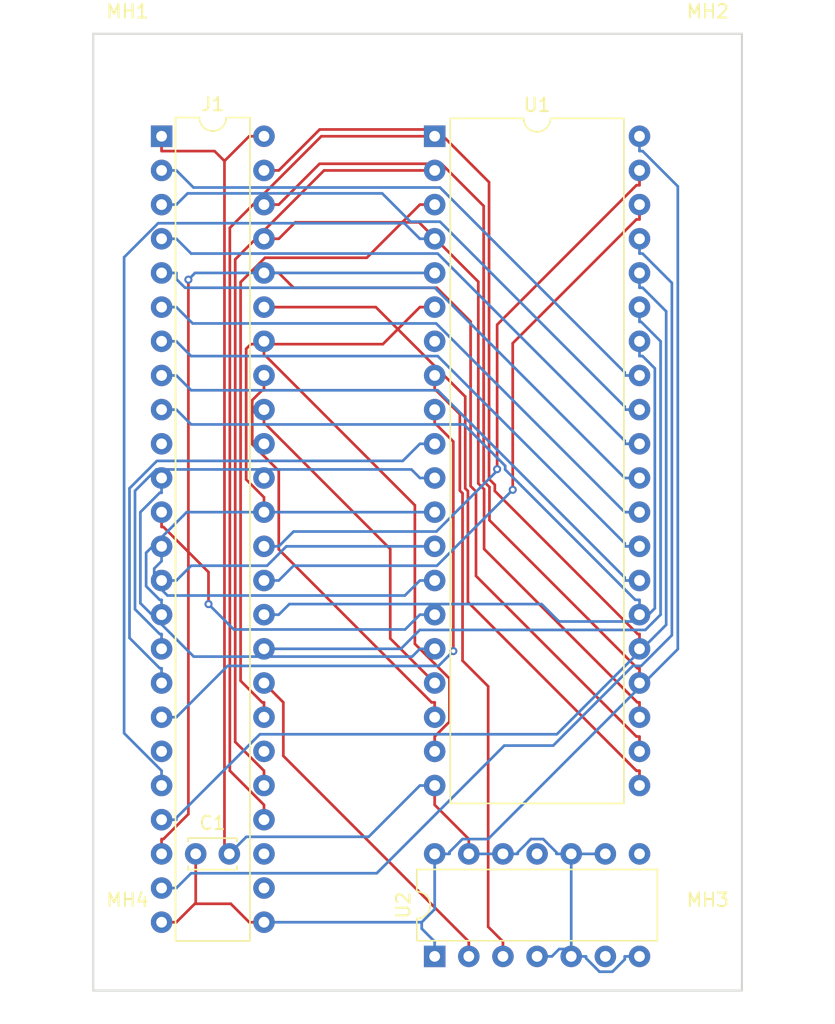
<source format=kicad_pcb>
(kicad_pcb (version 20211014) (generator pcbnew)
  (layers (0 "F.Cu" signal) (31 "B.Cu" signal) (34 "B.Paste" user) (35 "F.Paste" user) (36 "B.SilkS" user "B.Silkscreen") (37 "F.SilkS" user "F.Silkscreen") (38 "B.Mask" user) (39 "F.Mask" user) (44 "Edge.Cuts" user))
  (net 0 "")
  (net 1 "VCC")
  (net 2 "GND")
  (net 3 "/P53")
  (net 4 "Net-(J1-Pad30)")
  (net 5 "/P26")
  (net 6 "Net-(J1-Pad27)")
  (net 7 "/P27")
  (net 8 "/P47")
  (net 9 "/P46")
  (net 10 "Net-(J1-Pad26)")
  (net 11 "Net-(J1-Pad19)")
  (net 12 "/P25")
  (net 13 "/P24")
  (net 14 "/P23")
  (net 15 "/P22")
  (net 16 "/P21")
  (net 17 "/P20")
  (net 18 "/P34")
  (net 19 "Net-(J1-Pad10)")
  (net 20 "/P35")
  (net 21 "/P17")
  (net 22 "/P36")
  (net 23 "/P16")
  (net 24 "Net-(J1-Pad39)")
  (net 25 "/P15")
  (net 26 "/P14")
  (net 27 "/P41")
  (net 28 "/P13")
  (net 29 "/P42")
  (net 30 "/P12")
  (net 31 "/P11")
  (net 32 "/P44")
  (net 33 "/P10")
  (net 34 "/P45")
  (net 35 "/P33")
  (net 36 "/P32")
  (net 37 "/P31")
  (net 38 "/P30")
  (net 39 "/P51")
  (net 40 "/P55")
  (net 41 "/P43")
  (net 42 "/P52")
  (net 43 "/P54")
  (net 44 "/P50")
  (net 45 "/P37")
  (net 46 "Net-(J1-Pad38)")
  (net 47 "Net-(U1-Pad8)")
  (net 48 "Net-(U2-Pad6)")
  (net 49 "Net-(U2-Pad11)")
  (net 50 "Net-(U2-Pad8)")
  (net 51 "Net-(U1-Pad7)")
  (footprint "MountingHole:MountingHole_3.2mm_M3" (layer "F.Cu") (at 101 70)
    (fp_text reference "MH1" (at 0 -4.2) (layer "F.SilkS"))
    (fp_text value "MountingHole_3.2mm_M3")
    (pad "" np_thru_hole circle locked (at 0 0) (size 3.2 3.2) (drill 3.2) (layers *.Cu *.Mask))
  )
  (footprint "MountingHole:MountingHole_3.2mm_M3" (layer "F.Cu") (at 144.18 70)
    (fp_text reference "MH2" (at 0 -4.2) (layer "F.SilkS"))
    (fp_text value "MountingHole_3.2mm_M3")
    (pad "" np_thru_hole circle locked (at 0 0) (size 3.2 3.2) (drill 3.2) (layers *.Cu *.Mask))
  )
  (footprint "MountingHole:MountingHole_3.2mm_M3" (layer "F.Cu") (at 144.18 136.04)
    (fp_text reference "MH3" (at 0 -4.2) (layer "F.SilkS"))
    (fp_text value "MountingHole_3.2mm_M3")
    (pad "" np_thru_hole circle locked (at 0 0) (size 3.2 3.2) (drill 3.2) (layers *.Cu *.Mask))
  )
  (footprint "MountingHole:MountingHole_3.2mm_M3" (layer "F.Cu") (at 101 136.04)
    (fp_text reference "MH4" (at 0 -4.2) (layer "F.SilkS"))
    (fp_text value "MountingHole_3.2mm_M3")
    (pad "" np_thru_hole circle locked (at 0 0) (size 3.2 3.2) (drill 3.2) (layers *.Cu *.Mask))
  )
  (footprint "Package_DIP:DIP-14_W7.62mm" (layer "F.Cu") (at 123.86 136.04 90)
    (fp_text reference "U2" (at 3.81 -2.33 90) (layer "F.SilkS"))
    (fp_text value "74HCT126")
    (fp_line (start 6.46 16.57) (end 6.46 -1.33) (layer "F.SilkS") (width 0.12))
    (fp_line (start 2.81 -1.33) (end 1.16 -1.33) (layer "F.SilkS") (width 0.12))
    (fp_line (start 6.46 -1.33) (end 4.81 -1.33) (layer "F.SilkS") (width 0.12))
    (fp_line (start 1.16 16.57) (end 6.46 16.57) (layer "F.SilkS") (width 0.12))
    (fp_line (start 1.16 -1.33) (end 1.16 16.57) (layer "F.SilkS") (width 0.12))
    (fp_arc (start 4.81 -1.33) (mid 3.81 -0.33) (end 2.81 -1.33) (layer "F.SilkS") (width 0.12))
    (pad "1" thru_hole rect locked (at 0 0 90) (size 1.6 1.6) (drill 0.8) (layers *.Cu *.Mask) (net 1 "VCC"))
    (pad "2" thru_hole oval locked (at 0 2.54 90) (size 1.6 1.6) (drill 0.8) (layers *.Cu *.Mask) (net 9 "/P46"))
    (pad "3" thru_hole oval locked (at 0 5.08 90) (size 1.6 1.6) (drill 0.8) (layers *.Cu *.Mask) (net 47 "Net-(U1-Pad8)"))
    (pad "4" thru_hole oval locked (at 0 7.62 90) (size 1.6 1.6) (drill 0.8) (layers *.Cu *.Mask) (net 2 "GND"))
    (pad "5" thru_hole oval locked (at 0 10.16 90) (size 1.6 1.6) (drill 0.8) (layers *.Cu *.Mask) (net 2 "GND"))
    (pad "6" thru_hole oval locked (at 0 12.7 90) (size 1.6 1.6) (drill 0.8) (layers *.Cu *.Mask) (net 48 "Net-(U2-Pad6)"))
    (pad "7" thru_hole oval locked (at 0 15.24 90) (size 1.6 1.6) (drill 0.8) (layers *.Cu *.Mask) (net 2 "GND"))
    (pad "8" thru_hole oval locked (at 7.62 15.24 90) (size 1.6 1.6) (drill 0.8) (layers *.Cu *.Mask) (net 50 "Net-(U2-Pad8)"))
    (pad "9" thru_hole oval locked (at 7.62 12.7 90) (size 1.6 1.6) (drill 0.8) (layers *.Cu *.Mask) (net 2 "GND"))
    (pad "10" thru_hole oval locked (at 7.62 10.16 90) (size 1.6 1.6) (drill 0.8) (layers *.Cu *.Mask) (net 2 "GND"))
    (pad "11" thru_hole oval locked (at 7.62 7.62 90) (size 1.6 1.6) (drill 0.8) (layers *.Cu *.Mask) (net 49 "Net-(U2-Pad11)"))
    (pad "12" thru_hole oval locked (at 7.62 5.08 90) (size 1.6 1.6) (drill 0.8) (layers *.Cu *.Mask) (net 2 "GND"))
    (pad "13" thru_hole oval locked (at 7.62 2.54 90) (size 1.6 1.6) (drill 0.8) (layers *.Cu *.Mask) (net 2 "GND"))
    (pad "14" thru_hole oval locked (at 7.62 0 90) (size 1.6 1.6) (drill 0.8) (layers *.Cu *.Mask) (net 1 "VCC"))
  )
  (footprint "Capacitor_THT:C_Disc_D3.4mm_W2.1mm_P2.50mm" (layer "F.Cu") (at 106.08 128.42)
    (fp_text reference "C1" (at 1.25 -2.3) (layer "F.SilkS"))
    (fp_text value "0.1u")
    (fp_line (start -0.57 0.925) (end -0.57 1.17) (layer "F.SilkS") (width 0.12))
    (fp_line (start 3.07 -1.17) (end 3.07 -0.925) (layer "F.SilkS") (width 0.12))
    (fp_line (start -0.57 -1.17) (end 3.07 -1.17) (layer "F.SilkS") (width 0.12))
    (fp_line (start -0.57 1.17) (end 3.07 1.17) (layer "F.SilkS") (width 0.12))
    (fp_line (start 3.07 0.925) (end 3.07 1.17) (layer "F.SilkS") (width 0.12))
    (fp_line (start -0.57 -1.17) (end -0.57 -0.925) (layer "F.SilkS") (width 0.12))
    (pad "1" thru_hole circle locked (at 0 0) (size 1.6 1.6) (drill 0.8) (layers *.Cu *.Mask) (net 1 "VCC"))
    (pad "2" thru_hole circle locked (at 2.5 0) (size 1.6 1.6) (drill 0.8) (layers *.Cu *.Mask) (net 2 "GND"))
  )
  (footprint "Package_DIP:DIP-40_W15.24mm" (layer "F.Cu") (at 123.86 75.08)
    (fp_text reference "U1" (at 7.62 -2.33) (layer "F.SilkS"))
    (fp_text value "INS8070")
    (fp_line (start 6.62 -1.33) (end 1.16 -1.33) (layer "F.SilkS") (width 0.12))
    (fp_line (start 14.08 -1.33) (end 8.62 -1.33) (layer "F.SilkS") (width 0.12))
    (fp_line (start 14.08 49.59) (end 14.08 -1.33) (layer "F.SilkS") (width 0.12))
    (fp_line (start 1.16 -1.33) (end 1.16 49.59) (layer "F.SilkS") (width 0.12))
    (fp_line (start 1.16 49.59) (end 14.08 49.59) (layer "F.SilkS") (width 0.12))
    (fp_arc (start 8.62 -1.33) (mid 7.62 -0.33) (end 6.62 -1.33) (layer "F.SilkS") (width 0.12))
    (pad "1" thru_hole rect locked (at 0 0) (size 1.6 1.6) (drill 0.8) (layers *.Cu *.Mask) (net 40 "/P55"))
    (pad "2" thru_hole oval locked (at 0 2.54) (size 1.6 1.6) (drill 0.8) (layers *.Cu *.Mask) (net 43 "/P54"))
    (pad "3" thru_hole oval locked (at 0 5.08) (size 1.6 1.6) (drill 0.8) (layers *.Cu *.Mask) (net 8 "/P47"))
    (pad "4" thru_hole oval locked (at 0 7.62) (size 1.6 1.6) (drill 0.8) (layers *.Cu *.Mask) (net 44 "/P50"))
    (pad "5" thru_hole oval locked (at 0 10.16) (size 1.6 1.6) (drill 0.8) (layers *.Cu *.Mask) (net 42 "/P52"))
    (pad "6" thru_hole oval locked (at 0 12.7) (size 1.6 1.6) (drill 0.8) (layers *.Cu *.Mask) (net 27 "/P41"))
    (pad "7" thru_hole oval locked (at 0 15.24) (size 1.6 1.6) (drill 0.8) (layers *.Cu *.Mask) (net 51 "Net-(U1-Pad7)"))
    (pad "8" thru_hole oval locked (at 0 17.78) (size 1.6 1.6) (drill 0.8) (layers *.Cu *.Mask) (net 47 "Net-(U1-Pad8)"))
    (pad "9" thru_hole oval locked (at 0 20.32) (size 1.6 1.6) (drill 0.8) (layers *.Cu *.Mask) (net 45 "/P37"))
    (pad "10" thru_hole oval locked (at 0 22.86) (size 1.6 1.6) (drill 0.8) (layers *.Cu *.Mask) (net 22 "/P36"))
    (pad "11" thru_hole oval locked (at 0 25.4) (size 1.6 1.6) (drill 0.8) (layers *.Cu *.Mask) (net 20 "/P35"))
    (pad "12" thru_hole oval locked (at 0 27.94) (size 1.6 1.6) (drill 0.8) (layers *.Cu *.Mask) (net 18 "/P34"))
    (pad "13" thru_hole oval locked (at 0 30.48) (size 1.6 1.6) (drill 0.8) (layers *.Cu *.Mask) (net 35 "/P33"))
    (pad "14" thru_hole oval locked (at 0 33.02) (size 1.6 1.6) (drill 0.8) (layers *.Cu *.Mask) (net 36 "/P32"))
    (pad "15" thru_hole oval locked (at 0 35.56) (size 1.6 1.6) (drill 0.8) (layers *.Cu *.Mask) (net 37 "/P31"))
    (pad "16" thru_hole oval locked (at 0 38.1) (size 1.6 1.6) (drill 0.8) (layers *.Cu *.Mask) (net 38 "/P30"))
    (pad "17" thru_hole oval locked (at 0 40.64) (size 1.6 1.6) (drill 0.8) (layers *.Cu *.Mask) (net 7 "/P27"))
    (pad "18" thru_hole oval locked (at 0 43.18) (size 1.6 1.6) (drill 0.8) (layers *.Cu *.Mask) (net 5 "/P26"))
    (pad "19" thru_hole oval locked (at 0 45.72) (size 1.6 1.6) (drill 0.8) (layers *.Cu *.Mask) (net 12 "/P25"))
    (pad "20" thru_hole oval locked (at 0 48.26) (size 1.6 1.6) (drill 0.8) (layers *.Cu *.Mask) (net 2 "GND"))
    (pad "21" thru_hole oval locked (at 15.24 48.26) (size 1.6 1.6) (drill 0.8) (layers *.Cu *.Mask) (net 13 "/P24"))
    (pad "22" thru_hole oval locked (at 15.24 45.72) (size 1.6 1.6) (drill 0.8) (layers *.Cu *.Mask) (net 14 "/P23"))
    (pad "23" thru_hole oval locked (at 15.24 43.18) (size 1.6 1.6) (drill 0.8) (layers *.Cu *.Mask) (net 15 "/P22"))
    (pad "24" thru_hole oval locked (at 15.24 40.64) (size 1.6 1.6) (drill 0.8) (layers *.Cu *.Mask) (net 16 "/P21"))
    (pad "25" thru_hole oval locked (at 15.24 38.1) (size 1.6 1.6) (drill 0.8) (layers *.Cu *.Mask) (net 17 "/P20"))
    (pad "26" thru_hole oval locked (at 15.24 35.56) (size 1.6 1.6) (drill 0.8) (layers *.Cu *.Mask) (net 21 "/P17"))
    (pad "27" thru_hole oval locked (at 15.24 33.02) (size 1.6 1.6) (drill 0.8) (layers *.Cu *.Mask) (net 23 "/P16"))
    (pad "28" thru_hole oval locked (at 15.24 30.48) (size 1.6 1.6) (drill 0.8) (layers *.Cu *.Mask) (net 25 "/P15"))
    (pad "29" thru_hole oval locked (at 15.24 27.94) (size 1.6 1.6) (drill 0.8) (layers *.Cu *.Mask) (net 26 "/P14"))
    (pad "30" thru_hole oval locked (at 15.24 25.4) (size 1.6 1.6) (drill 0.8) (layers *.Cu *.Mask) (net 28 "/P13"))
    (pad "31" thru_hole oval locked (at 15.24 22.86) (size 1.6 1.6) (drill 0.8) (layers *.Cu *.Mask) (net 30 "/P12"))
    (pad "32" thru_hole oval locked (at 15.24 20.32) (size 1.6 1.6) (drill 0.8) (layers *.Cu *.Mask) (net 31 "/P11"))
    (pad "33" thru_hole oval locked (at 15.24 17.78) (size 1.6 1.6) (drill 0.8) (layers *.Cu *.Mask) (net 33 "/P10"))
    (pad "34" thru_hole oval locked (at 15.24 15.24) (size 1.6 1.6) (drill 0.8) (layers *.Cu *.Mask) (net 32 "/P44"))
    (pad "35" thru_hole oval locked (at 15.24 12.7) (size 1.6 1.6) (drill 0.8) (layers *.Cu *.Mask) (net 34 "/P45"))
    (pad "36" thru_hole oval locked (at 15.24 10.16) (size 1.6 1.6) (drill 0.8) (layers *.Cu *.Mask) (net 39 "/P51"))
    (pad "37" thru_hole oval locked (at 15.24 7.62) (size 1.6 1.6) (drill 0.8) (layers *.Cu *.Mask) (net 3 "/P53"))
    (pad "38" thru_hole oval locked (at 15.24 5.08) (size 1.6 1.6) (drill 0.8) (layers *.Cu *.Mask) (net 41 "/P43"))
    (pad "39" thru_hole oval locked (at 15.24 2.54) (size 1.6 1.6) (drill 0.8) (layers *.Cu *.Mask) (net 29 "/P42"))
    (pad "40" thru_hole oval locked (at 15.24 0) (size 1.6 1.6) (drill 0.8) (layers *.Cu *.Mask) (net 1 "VCC"))
  )
  (footprint "0-LocalLibrary:DIP-48_W7.62mm" (layer "F.Cu") (at 103.54 75.08)
    (fp_text reference "J1" (at 3.81 -2.39) (layer "F.SilkS"))
    (fp_text value "BionicConnector")
    (fp_line (start 1.04 59.81) (end 6.58 59.81) (layer "F.SilkS") (width 0.12))
    (fp_line (start 6.58 -1.39) (end 4.81 -1.39) (layer "F.SilkS") (width 0.12))
    (fp_line (start 1.04 -1.39) (end 1.04 39.49) (layer "F.SilkS") (width 0.12))
    (fp_line (start 6.58 39.49) (end 6.58 -1.39) (layer "F.SilkS") (width 0.12))
    (fp_line (start 6.58 59.81) (end 6.58 18.93) (layer "F.SilkS") (width 0.12))
    (fp_line (start 1.04 18.93) (end 1.04 59.81) (layer "F.SilkS") (width 0.12))
    (fp_line (start 2.81 -1.39) (end 1.04 -1.39) (layer "F.SilkS") (width 0.12))
    (fp_arc (start 4.81 -1.39) (mid 3.81 -0.39) (end 2.81 -1.39) (layer "F.SilkS") (width 0.12))
    (pad "1" thru_hole rect locked (at 0 0) (size 1.6 1.6) (drill 0.8) (layers *.Cu *.Mask) (net 2 "GND"))
    (pad "2" thru_hole oval locked (at 0 2.54) (size 1.6 1.6) (drill 0.8) (layers *.Cu *.Mask) (net 33 "/P10"))
    (pad "3" thru_hole oval locked (at 0 5.08) (size 1.6 1.6) (drill 0.8) (layers *.Cu *.Mask) (net 31 "/P11"))
    (pad "4" thru_hole oval locked (at 0 7.62) (size 1.6 1.6) (drill 0.8) (layers *.Cu *.Mask) (net 30 "/P12"))
    (pad "5" thru_hole oval locked (at 0 10.16) (size 1.6 1.6) (drill 0.8) (layers *.Cu *.Mask) (net 28 "/P13"))
    (pad "6" thru_hole oval locked (at 0 12.7) (size 1.6 1.6) (drill 0.8) (layers *.Cu *.Mask) (net 26 "/P14"))
    (pad "7" thru_hole oval locked (at 0 15.24) (size 1.6 1.6) (drill 0.8) (layers *.Cu *.Mask) (net 25 "/P15"))
    (pad "8" thru_hole oval locked (at 0 17.78) (size 1.6 1.6) (drill 0.8) (layers *.Cu *.Mask) (net 23 "/P16"))
    (pad "9" thru_hole oval locked (at 0 20.32) (size 1.6 1.6) (drill 0.8) (layers *.Cu *.Mask) (net 21 "/P17"))
    (pad "10" thru_hole oval locked (at 0 22.86) (size 1.6 1.6) (drill 0.8) (layers *.Cu *.Mask) (net 19 "Net-(J1-Pad10)"))
    (pad "11" thru_hole oval locked (at 0 25.4) (size 1.6 1.6) (drill 0.8) (layers *.Cu *.Mask) (net 38 "/P30"))
    (pad "12" thru_hole oval locked (at 0 27.94) (size 1.6 1.6) (drill 0.8) (layers *.Cu *.Mask) (net 37 "/P31"))
    (pad "13" thru_hole oval locked (at 0 30.48) (size 1.6 1.6) (drill 0.8) (layers *.Cu *.Mask) (net 36 "/P32"))
    (pad "14" thru_hole oval locked (at 0 33.02) (size 1.6 1.6) (drill 0.8) (layers *.Cu *.Mask) (net 35 "/P33"))
    (pad "15" thru_hole oval locked (at 0 35.56) (size 1.6 1.6) (drill 0.8) (layers *.Cu *.Mask) (net 18 "/P34"))
    (pad "16" thru_hole oval locked (at 0 38.1) (size 1.6 1.6) (drill 0.8) (layers *.Cu *.Mask) (net 20 "/P35"))
    (pad "17" thru_hole oval locked (at 0 40.64) (size 1.6 1.6) (drill 0.8) (layers *.Cu *.Mask) (net 22 "/P36"))
    (pad "18" thru_hole oval locked (at 0 43.18) (size 1.6 1.6) (drill 0.8) (layers *.Cu *.Mask) (net 45 "/P37"))
    (pad "19" thru_hole oval locked (at 0 45.72) (size 1.6 1.6) (drill 0.8) (layers *.Cu *.Mask) (net 11 "Net-(J1-Pad19)"))
    (pad "20" thru_hole oval locked (at 0 48.26) (size 1.6 1.6) (drill 0.8) (layers *.Cu *.Mask) (net 44 "/P50"))
    (pad "21" thru_hole oval locked (at 0 50.8) (size 1.6 1.6) (drill 0.8) (layers *.Cu *.Mask) (net 39 "/P51"))
    (pad "22" thru_hole oval locked (at 0 53.34) (size 1.6 1.6) (drill 0.8) (layers *.Cu *.Mask) (net 42 "/P52"))
    (pad "23" thru_hole oval locked (at 0 55.88) (size 1.6 1.6) (drill 0.8) (layers *.Cu *.Mask) (net 3 "/P53"))
    (pad "24" thru_hole oval locked (at 0 58.42) (size 1.6 1.6) (drill 0.8) (layers *.Cu *.Mask) (net 1 "VCC"))
    (pad "25" thru_hole oval locked (at 7.62 58.42) (size 1.6 1.6) (drill 0.8) (layers *.Cu *.Mask) (net 1 "VCC"))
    (pad "26" thru_hole oval locked (at 7.62 55.88) (size 1.6 1.6) (drill 0.8) (layers *.Cu *.Mask) (net 10 "Net-(J1-Pad26)"))
    (pad "27" thru_hole oval locked (at 7.62 53.34) (size 1.6 1.6) (drill 0.8) (layers *.Cu *.Mask) (net 6 "Net-(J1-Pad27)"))
    (pad "28" thru_hole oval locked (at 7.62 50.8) (size 1.6 1.6) (drill 0.8) (layers *.Cu *.Mask) (net 40 "/P55"))
    (pad "29" thru_hole oval locked (at 7.62 48.26) (size 1.6 1.6) (drill 0.8) (layers *.Cu *.Mask) (net 43 "/P54"))
    (pad "30" thru_hole oval locked (at 7.62 45.72) (size 1.6 1.6) (drill 0.8) (layers *.Cu *.Mask) (net 4 "Net-(J1-Pad30)"))
    (pad "31" thru_hole oval locked (at 7.62 43.18) (size 1.6 1.6) (drill 0.8) (layers *.Cu *.Mask) (net 8 "/P47"))
    (pad "32" thru_hole oval locked (at 7.62 40.64) (size 1.6 1.6) (drill 0.8) (layers *.Cu *.Mask) (net 9 "/P46"))
    (pad "33" thru_hole oval locked (at 7.62 38.1) (size 1.6 1.6) (drill 0.8) (layers *.Cu *.Mask) (net 34 "/P45"))
    (pad "34" thru_hole oval locked (at 7.62 35.56) (size 1.6 1.6) (drill 0.8) (layers *.Cu *.Mask) (net 32 "/P44"))
    (pad "35" thru_hole oval locked (at 7.62 33.02) (size 1.6 1.6) (drill 0.8) (layers *.Cu *.Mask) (net 41 "/P43"))
    (pad "36" thru_hole oval locked (at 7.62 30.48) (size 1.6 1.6) (drill 0.8) (layers *.Cu *.Mask) (net 29 "/P42"))
    (pad "37" thru_hole oval locked (at 7.62 27.94) (size 1.6 1.6) (drill 0.8) (layers *.Cu *.Mask) (net 27 "/P41"))
    (pad "38" thru_hole oval locked (at 7.62 25.4) (size 1.6 1.6) (drill 0.8) (layers *.Cu *.Mask) (net 46 "Net-(J1-Pad38)"))
    (pad "39" thru_hole oval locked (at 7.62 22.86) (size 1.6 1.6) (drill 0.8) (layers *.Cu *.Mask) (net 24 "Net-(J1-Pad39)"))
    (pad "40" thru_hole oval locked (at 7.62 20.32) (size 1.6 1.6) (drill 0.8) (layers *.Cu *.Mask) (net 7 "/P27"))
    (pad "41" thru_hole oval locked (at 7.62 17.78) (size 1.6 1.6) (drill 0.8) (layers *.Cu *.Mask) (net 5 "/P26"))
    (pad "42" thru_hole oval locked (at 7.62 15.24) (size 1.6 1.6) (drill 0.8) (layers *.Cu *.Mask) (net 12 "/P25"))
    (pad "43" thru_hole oval locked (at 7.62 12.7) (size 1.6 1.6) (drill 0.8) (layers *.Cu *.Mask) (net 13 "/P24"))
    (pad "44" thru_hole oval locked (at 7.62 10.16) (size 1.6 1.6) (drill 0.8) (layers *.Cu *.Mask) (net 14 "/P23"))
    (pad "45" thru_hole oval locked (at 7.62 7.62) (size 1.6 1.6) (drill 0.8) (layers *.Cu *.Mask) (net 15 "/P22"))
    (pad "46" thru_hole oval locked (at 7.62 5.08) (size 1.6 1.6) (drill 0.8) (layers *.Cu *.Mask) (net 16 "/P21"))
    (pad "47" thru_hole oval locked (at 7.62 2.54) (size 1.6 1.6) (drill 0.8) (layers *.Cu *.Mask) (net 17 "/P20"))
    (pad "48" thru_hole oval locked (at 7.62 0) (size 1.6 1.6) (drill 0.8) (layers *.Cu *.Mask) (net 2 "GND"))
  )
  (gr_line (start 98.46 138.58) (end 98.46 67.46) (layer "Edge.Cuts") (width 0.15))
  (gr_line (start 146.72 67.46) (end 146.72 138.58) (layer "Edge.Cuts") (width 0.15))
  (gr_line (start 146.72 138.58) (end 98.46 138.58) (layer "Edge.Cuts") (width 0.15))
  (gr_line (start 98.46 67.46) (end 146.72 67.46) (layer "Edge.Cuts") (width 0.15))
  (segment (start 111.16 133.5) (end 110.0597 133.5) (width 0.2) (layer "F.Cu") (net 1))
  (segment (start 106.0104 132.1299) (end 104.6403 133.5) (width 0.2) (layer "F.Cu") (net 1))
  (segment (start 103.54 133.5) (end 104.6403 133.5) (width 0.2) (layer "F.Cu") (net 1))
  (segment (start 106.08 132.1299) (end 106.08 128.42) (width 0.2) (layer "F.Cu") (net 1))
  (segment (start 110.0597 133.5) (end 108.6896 132.1299) (width 0.2) (layer "F.Cu") (net 1))
  (segment (start 108.6896 132.1299) (end 106.08 132.1299) (width 0.2) (layer "F.Cu") (net 1))
  (segment (start 106.08 132.1299) (end 106.0104 132.1299) (width 0.2) (layer "F.Cu") (net 1))
  (segment (start 123.86 136.04) (end 123.86 134.9397) (width 0.2) (layer "B.Cu") (net 1))
  (segment (start 124.9603 128.2823) (end 125.9229 127.3197) (width 0.2) (layer "B.Cu") (net 1))
  (segment (start 127.8318 127.3197) (end 141.9509 113.2006) (width 0.2) (layer "B.Cu") (net 1))
  (segment (start 125.9229 127.3197) (end 127.8318 127.3197) (width 0.2) (layer "B.Cu") (net 1))
  (segment (start 141.9509 113.2006) (end 141.9509 78.8032) (width 0.2) (layer "B.Cu") (net 1))
  (segment (start 141.9509 78.8032) (end 139.328 76.1803) (width 0.2) (layer "B.Cu") (net 1))
  (segment (start 139.328 76.1803) (end 139.1 76.1803) (width 0.2) (layer "B.Cu") (net 1))
  (segment (start 112.2603 133.5) (end 122.8967 133.5) (width 0.2) (layer "B.Cu") (net 1))
  (segment (start 123.86 128.42) (end 124.9603 128.42) (width 0.2) (layer "B.Cu") (net 1))
  (segment (start 123.86 134.9397) (end 122.8967 133.9764) (width 0.2) (layer "B.Cu") (net 1))
  (segment (start 124.9603 128.42) (end 124.9603 128.2823) (width 0.2) (layer "B.Cu") (net 1))
  (segment (start 122.8967 133.5) (end 123.86 132.5367) (width 0.2) (layer "B.Cu") (net 1))
  (segment (start 139.1 75.08) (end 139.1 76.1803) (width 0.2) (layer "B.Cu") (net 1))
  (segment (start 123.86 132.5367) (end 123.86 128.42) (width 0.2) (layer "B.Cu") (net 1))
  (segment (start 122.8967 133.9764) (end 122.8967 133.5) (width 0.2) (layer "B.Cu") (net 1))
  (segment (start 111.16 133.5) (end 112.2603 133.5) (width 0.2) (layer "B.Cu") (net 1))
  (segment (start 108.2194 76.9203) (end 108.2194 128.0594) (width 0.2) (layer "F.Cu") (net 2))
  (segment (start 110.0597 75.08) (end 108.2194 76.9203) (width 0.2) (layer "F.Cu") (net 2))
  (segment (start 108.2194 128.0594) (end 108.58 128.42) (width 0.2) (layer "F.Cu") (net 2))
  (segment (start 103.54 75.08) (end 103.54 76.1803) (width 0.2) (layer "F.Cu") (net 2))
  (segment (start 123.86 124.7797) (end 123.86 123.34) (width 0.2) (layer "F.Cu") (net 2))
  (segment (start 126.4 128.42) (end 126.4 127.3197) (width 0.2) (layer "F.Cu") (net 2))
  (segment (start 111.16 75.08) (end 110.0597 75.08) (width 0.2) (layer "F.Cu") (net 2))
  (segment (start 126.4 127.3197) (end 123.86 124.7797) (width 0.2) (layer "F.Cu") (net 2))
  (segment (start 108.2194 76.9203) (end 107.4794 76.1803) (width 0.2) (layer "F.Cu") (net 2))
  (segment (start 107.4794 76.1803) (end 103.54 76.1803) (width 0.2) (layer "F.Cu") (net 2))
  (segment (start 135.1203 136.1775) (end 136.1214 137.1786) (width 0.2) (layer "B.Cu") (net 2))
  (segment (start 137.9997 136.268) (end 137.9997 136.04) (width 0.2) (layer "B.Cu") (net 2))
  (segment (start 131.48 136.04) (end 132.5803 136.04) (width 0.2) (layer "B.Cu") (net 2))
  (segment (start 134.02 135.4898) (end 133.1305 135.4898) (width 0.2) (layer "B.Cu") (net 2))
  (segment (start 109.85 127.15) (end 108.58 128.42) (width 0.2) (layer "B.Cu") (net 2))
  (segment (start 128.94 128.42) (end 126.4 128.42) (width 0.2) (layer "B.Cu") (net 2))
  (segment (start 134.02 135.4898) (end 134.02 134.9397) (width 0.2) (layer "B.Cu") (net 2))
  (segment (start 136.1214 137.1786) (end 137.0891 137.1786) (width 0.2) (layer "B.Cu") (net 2))
  (segment (start 131.0242 127.3197) (end 130.0403 128.3036) (width 0.2) (layer "B.Cu") (net 2))
  (segment (start 123.86 123.34) (end 122.7597 123.34) (width 0.2) (layer "B.Cu") (net 2))
  (segment (start 133.1305 135.4898) (end 132.5803 136.04) (width 0.2) (layer "B.Cu") (net 2))
  (segment (start 132.9197 128.42) (end 132.9197 128.3036) (width 0.2) (layer "B.Cu") (net 2))
  (segment (start 134.02 128.42) (end 134.02 134.9397) (width 0.2) (layer "B.Cu") (net 2))
  (segment (start 134.02 136.04) (end 135.1203 136.04) (width 0.2) (layer "B.Cu") (net 2))
  (segment (start 131.9358 127.3197) (end 131.0242 127.3197) (width 0.2) (layer "B.Cu") (net 2))
  (segment (start 118.9497 127.15) (end 109.85 127.15) (width 0.2) (layer "B.Cu") (net 2))
  (segment (start 132.9197 128.3036) (end 131.9358 127.3197) (width 0.2) (layer "B.Cu") (net 2))
  (segment (start 135.1203 136.04) (end 135.1203 136.1775) (width 0.2) (layer "B.Cu") (net 2))
  (segment (start 137.0891 137.1786) (end 137.9997 136.268) (width 0.2) (layer "B.Cu") (net 2))
  (segment (start 122.7597 123.34) (end 118.9497 127.15) (width 0.2) (layer "B.Cu") (net 2))
  (segment (start 130.0403 128.3036) (end 130.0403 128.42) (width 0.2) (layer "B.Cu") (net 2))
  (segment (start 136.56 128.42) (end 134.02 128.42) (width 0.2) (layer "B.Cu") (net 2))
  (segment (start 139.1 136.04) (end 137.9997 136.04) (width 0.2) (layer "B.Cu") (net 2))
  (segment (start 128.94 128.42) (end 130.0403 128.42) (width 0.2) (layer "B.Cu") (net 2))
  (segment (start 134.02 128.42) (end 132.9197 128.42) (width 0.2) (layer "B.Cu") (net 2))
  (segment (start 134.02 136.04) (end 134.02 135.4898) (width 0.2) (layer "B.Cu") (net 2))
  (segment (start 139.1 83.8003) (end 139.328 83.8003) (width 0.2) (layer "B.Cu") (net 3))
  (segment (start 119.5489 129.8597) (end 105.7406 129.8597) (width 0.2) (layer "B.Cu") (net 3))
  (segment (start 141.51 85.9823) (end 141.51 112.1678) (width 0.2) (layer "B.Cu") (net 3))
  (segment (start 139.1 82.7) (end 139.1 83.8003) (width 0.2) (layer "B.Cu") (net 3))
  (segment (start 105.7406 129.8597) (end 104.6403 130.96) (width 0.2) (layer "B.Cu") (net 3))
  (segment (start 139.2278 114.45) (end 138.5966 114.45) (width 0.2) (layer "B.Cu") (net 3))
  (segment (start 103.54 130.96) (end 104.6403 130.96) (width 0.2) (layer "B.Cu") (net 3))
  (segment (start 132.6751 120.3715) (end 129.0371 120.3715) (width 0.2) (layer "B.Cu") (net 3))
  (segment (start 139.328 83.8003) (end 141.51 85.9823) (width 0.2) (layer "B.Cu") (net 3))
  (segment (start 141.51 112.1678) (end 139.2278 114.45) (width 0.2) (layer "B.Cu") (net 3))
  (segment (start 129.0371 120.3715) (end 119.5489 129.8597) (width 0.2) (layer "B.Cu") (net 3))
  (segment (start 138.5966 114.45) (end 132.6751 120.3715) (width 0.2) (layer "B.Cu") (net 3))
  (segment (start 111.0225 93.9603) (end 110.2852 94.6976) (width 0.2) (layer "F.Cu") (net 5))
  (segment (start 111.16 93.9603) (end 111.0225 93.9603) (width 0.2) (layer "F.Cu") (net 5))
  (segment (start 112.2603 99.9506) (end 112.2603 105.788) (width 0.2) (layer "F.Cu") (net 5))
  (segment (start 112.2603 105.788) (end 123.632 117.1597) (width 0.2) (layer "F.Cu") (net 5))
  (segment (start 123.632 117.1597) (end 123.86 117.1597) (width 0.2) (layer "F.Cu") (net 5))
  (segment (start 123.86 118.26) (end 123.86 117.1597) (width 0.2) (layer "F.Cu") (net 5))
  (segment (start 110.2852 97.9755) (end 112.2603 99.9506) (width 0.2) (layer "F.Cu") (net 5))
  (segment (start 111.16 92.86) (end 111.16 93.9603) (width 0.2) (layer "F.Cu") (net 5))
  (segment (start 110.2852 94.6976) (end 110.2852 97.9755) (width 0.2) (layer "F.Cu") (net 5))
  (segment (start 111.16 96.5003) (end 111.2975 96.5003) (width 0.2) (layer "F.Cu") (net 7))
  (segment (start 120.5544 105.7572) (end 120.5544 112.4144) (width 0.2) (layer "F.Cu") (net 7))
  (segment (start 111.2975 96.5003) (end 120.5544 105.7572) (width 0.2) (layer "F.Cu") (net 7))
  (segment (start 120.5544 112.4144) (end 123.86 115.72) (width 0.2) (layer "F.Cu") (net 7))
  (segment (start 111.16 95.4) (end 111.16 96.5003) (width 0.2) (layer "F.Cu") (net 7))
  (segment (start 111.16 118.26) (end 111.16 117.1597) (width 0.2) (layer "F.Cu") (net 8))
  (segment (start 111.16 117.1597) (end 111.0225 117.1597) (width 0.2) (layer "F.Cu") (net 8))
  (segment (start 109.4203 85.9244) (end 111.2331 84.1116) (width 0.2) (layer "F.Cu") (net 8))
  (segment (start 111.0225 117.1597) (end 109.4203 115.5575) (width 0.2) (layer "F.Cu") (net 8))
  (segment (start 123.86 80.16) (end 122.7597 80.16) (width 0.2) (layer "F.Cu") (net 8))
  (segment (start 111.2331 84.1116) (end 118.8081 84.1116) (width 0.2) (layer "F.Cu") (net 8))
  (segment (start 118.8081 84.1116) (end 122.7597 80.16) (width 0.2) (layer "F.Cu") (net 8))
  (segment (start 109.4203 115.5575) (end 109.4203 85.9244) (width 0.2) (layer "F.Cu") (net 8))
  (segment (start 112.5996 121.1393) (end 112.5996 117.1596) (width 0.2) (layer "F.Cu") (net 9))
  (segment (start 112.5996 117.1596) (end 111.16 115.72) (width 0.2) (layer "F.Cu") (net 9))
  (segment (start 126.4 136.04) (end 126.4 134.9397) (width 0.2) (layer "F.Cu") (net 9))
  (segment (start 126.4 134.9397) (end 112.5996 121.1393) (width 0.2) (layer "F.Cu") (net 9))
  (segment (start 124.9603 115.3834) (end 122.3867 112.8098) (width 0.2) (layer "F.Cu") (net 12))
  (segment (start 122.3867 112.8098) (end 122.3867 102.5096) (width 0.2) (layer "F.Cu") (net 12))
  (segment (start 123.86 120.8) (end 123.86 119.6997) (width 0.2) (layer "F.Cu") (net 12))
  (segment (start 123.86 119.6997) (end 124.9603 118.5994) (width 0.2) (layer "F.Cu") (net 12))
  (segment (start 124.9603 118.5994) (end 124.9603 115.3834) (width 0.2) (layer "F.Cu") (net 12))
  (segment (start 122.3867 102.5096) (end 111.2974 91.4203) (width 0.2) (layer "F.Cu") (net 12))
  (segment (start 111.16 90.32) (end 111.16 91.4203) (width 0.2) (layer "F.Cu") (net 12))
  (segment (start 111.2974 91.4203) (end 111.16 91.4203) (width 0.2) (layer "F.Cu") (net 12))
  (segment (start 111.16 87.78) (end 112.2603 87.78) (width 0.2) (layer "F.Cu") (net 13))
  (segment (start 119.4811 87.78) (end 126.1343 94.4332) (width 0.2) (layer "F.Cu") (net 13))
  (segment (start 126.3345 101.4509) (end 126.3345 109.7022) (width 0.2) (layer "F.Cu") (net 13))
  (segment (start 139.1 123.34) (end 139.1 122.2397) (width 0.2) (layer "F.Cu") (net 13))
  (segment (start 126.1343 101.2507) (end 126.3345 101.4509) (width 0.2) (layer "F.Cu") (net 13))
  (segment (start 126.3345 109.7022) (end 138.872 122.2397) (width 0.2) (layer "F.Cu") (net 13))
  (segment (start 138.872 122.2397) (end 139.1 122.2397) (width 0.2) (layer "F.Cu") (net 13))
  (segment (start 126.1343 94.4332) (end 126.1343 101.2507) (width 0.2) (layer "F.Cu") (net 13))
  (segment (start 112.2603 87.78) (end 119.4811 87.78) (width 0.2) (layer "F.Cu") (net 13))
  (segment (start 138.872 119.6997) (end 139.1 119.6997) (width 0.2) (layer "F.Cu") (net 14))
  (segment (start 113.3606 86.3403) (end 124.0183 86.3403) (width 0.2) (layer "F.Cu") (net 14))
  (segment (start 112.2603 85.24) (end 113.3606 86.3403) (width 0.2) (layer "F.Cu") (net 14))
  (segment (start 111.16 85.24) (end 112.2603 85.24) (width 0.2) (layer "F.Cu") (net 14))
  (segment (start 126.9351 107.7628) (end 138.872 119.6997) (width 0.2) (layer "F.Cu") (net 14))
  (segment (start 126.5346 101.0848) (end 126.9351 101.4853) (width 0.2) (layer "F.Cu") (net 14))
  (segment (start 126.9351 101.4853) (end 126.9351 107.7628) (width 0.2) (layer "F.Cu") (net 14))
  (segment (start 124.0183 86.3403) (end 126.5346 88.8566) (width 0.2) (layer "F.Cu") (net 14))
  (segment (start 126.5346 88.8566) (end 126.5346 101.0848) (width 0.2) (layer "F.Cu") (net 14))
  (segment (start 139.1 120.8) (end 139.1 119.6997) (width 0.2) (layer "F.Cu") (net 14))
  (segment (start 127.1054 100.8896) (end 127.5355 101.3197) (width 0.2) (layer "F.Cu") (net 15))
  (segment (start 112.2603 82.7) (end 113.4828 81.4775) (width 0.2) (layer "F.Cu") (net 15))
  (segment (start 127.5355 105.7549) (end 138.9403 117.1597) (width 0.2) (layer "F.Cu") (net 15))
  (segment (start 138.9403 117.1597) (end 139.1 117.1597) (width 0.2) (layer "F.Cu") (net 15))
  (segment (start 127.5355 101.3197) (end 127.5355 105.7549) (width 0.2) (layer "F.Cu") (net 15))
  (segment (start 113.4828 81.4775) (end 122.6911 81.4775) (width 0.2) (layer "F.Cu") (net 15))
  (segment (start 111.16 82.7) (end 112.2603 82.7) (width 0.2) (layer "F.Cu") (net 15))
  (segment (start 122.6911 81.4775) (end 127.1054 85.8918) (width 0.2) (layer "F.Cu") (net 15))
  (segment (start 127.1054 85.8918) (end 127.1054 100.8896) (width 0.2) (layer "F.Cu") (net 15))
  (segment (start 139.1 118.26) (end 139.1 117.1597) (width 0.2) (layer "F.Cu") (net 15))
  (segment (start 127.9358 103.6179) (end 138.9376 114.6197) (width 0.2) (layer "F.Cu") (net 16))
  (segment (start 127.5057 100.7237) (end 127.9358 101.1538) (width 0.2) (layer "F.Cu") (net 16))
  (segment (start 112.2603 80.16) (end 115.2955 77.1248) (width 0.2) (layer "F.Cu") (net 16))
  (segment (start 139.1 115.72) (end 139.1 114.6197) (width 0.2) (layer "F.Cu") (net 16))
  (segment (start 138.9376 114.6197) (end 139.1 114.6197) (width 0.2) (layer "F.Cu") (net 16))
  (segment (start 127.9358 101.1538) (end 127.9358 103.6179) (width 0.2) (layer "F.Cu") (net 16))
  (segment (start 115.2955 77.1248) (end 124.3651 77.1248) (width 0.2) (layer "F.Cu") (net 16))
  (segment (start 127.5057 80.2654) (end 127.5057 100.7237) (width 0.2) (layer "F.Cu") (net 16))
  (segment (start 124.3651 77.1248) (end 127.5057 80.2654) (width 0.2) (layer "F.Cu") (net 16))
  (segment (start 111.16 80.16) (end 112.2603 80.16) (width 0.2) (layer "F.Cu") (net 16))
  (segment (start 115.3052 74.5751) (end 123.9871 74.5751) (width 0.2) (layer "F.Cu") (net 17))
  (segment (start 138.9635 112.0797) (end 139.1 112.0797) (width 0.2) (layer "F.Cu") (net 17))
  (segment (start 127.906 78.494) (end 127.906 100.5579) (width 0.2) (layer "F.Cu") (net 17))
  (segment (start 123.9871 74.5751) (end 127.906 78.494) (width 0.2) (layer "F.Cu") (net 17))
  (segment (start 111.16 77.62) (end 112.2603 77.62) (width 0.2) (layer "F.Cu") (net 17))
  (segment (start 139.1 113.18) (end 139.1 112.0797) (width 0.2) (layer "F.Cu") (net 17))
  (segment (start 128.3361 100.988) (end 128.3361 101.4523) (width 0.2) (layer "F.Cu") (net 17))
  (segment (start 112.2603 77.62) (end 115.3052 74.5751) (width 0.2) (layer "F.Cu") (net 17))
  (segment (start 128.3361 101.4523) (end 138.9635 112.0797) (width 0.2) (layer "F.Cu") (net 17))
  (segment (start 127.906 100.5579) (end 128.3361 100.988) (width 0.2) (layer "F.Cu") (net 17))
  (segment (start 105.4114 103.02) (end 122.7597 103.02) (width 0.2) (layer "B.Cu") (net 18))
  (segment (start 102.3892 106.0422) (end 105.4114 103.02) (width 0.2) (layer "B.Cu") (net 18))
  (segment (start 102.3892 108.5264) (end 102.3892 106.0422) (width 0.2) (layer "B.Cu") (net 18))
  (segment (start 103.4025 109.5397) (end 102.3892 108.5264) (width 0.2) (layer "B.Cu") (net 18))
  (segment (start 103.54 110.64) (end 103.54 109.5397) (width 0.2) (layer "B.Cu") (net 18))
  (segment (start 123.86 103.02) (end 122.7597 103.02) (width 0.2) (layer "B.Cu") (net 18))
  (segment (start 103.54 109.5397) (end 103.4025 109.5397) (width 0.2) (layer "B.Cu") (net 18))
  (segment (start 123.86 100.48) (end 122.7597 100.48) (width 0.2) (layer "B.Cu") (net 20))
  (segment (start 101.562 110.2392) (end 101.562 101.433) (width 0.2) (layer "B.Cu") (net 20))
  (segment (start 101.562 101.433) (end 103.15 99.845) (width 0.2) (layer "B.Cu") (net 20))
  (segment (start 103.54 113.18) (end 103.54 112.0797) (width 0.2) (layer "B.Cu") (net 20))
  (segment (start 103.54 112.0797) (end 103.4025 112.0797) (width 0.2) (layer "B.Cu") (net 20))
  (segment (start 103.15 99.845) (end 122.1247 99.845) (width 0.2) (layer "B.Cu") (net 20))
  (segment (start 122.1247 99.845) (end 122.7597 100.48) (width 0.2) (layer "B.Cu") (net 20))
  (segment (start 103.4025 112.0797) (end 101.562 110.2392) (width 0.2) (layer "B.Cu") (net 20))
  (segment (start 103.54 95.4) (end 104.6403 95.4) (width 0.2) (layer "B.Cu") (net 21))
  (segment (start 139.1 109.5397) (end 138.7909 109.5397) (width 0.2) (layer "B.Cu") (net 21))
  (segment (start 138.7909 109.5397) (end 129.1066 99.8554) (width 0.2) (layer "B.Cu") (net 21))
  (segment (start 126.0309 96.5003) (end 105.7406 96.5003) (width 0.2) (layer "B.Cu") (net 21))
  (segment (start 129.1066 99.576) (end 126.0309 96.5003) (width 0.2) (layer "B.Cu") (net 21))
  (segment (start 105.7406 96.5003) (end 104.6403 95.4) (width 0.2) (layer "B.Cu") (net 21))
  (segment (start 139.1 110.64) (end 139.1 109.5397) (width 0.2) (layer "B.Cu") (net 21))
  (segment (start 129.1066 99.8554) (end 129.1066 99.576) (width 0.2) (layer "B.Cu") (net 21))
  (segment (start 103.1926 99.21) (end 121.4897 99.21) (width 0.2) (layer "B.Cu") (net 22))
  (segment (start 101.1533 112.3705) (end 101.1533 101.2493) (width 0.2) (layer "B.Cu") (net 22))
  (segment (start 121.4897 99.21) (end 122.7597 97.94) (width 0.2) (layer "B.Cu") (net 22))
  (segment (start 103.4025 114.6197) (end 101.1533 112.3705) (width 0.2) (layer "B.Cu") (net 22))
  (segment (start 103.54 115.72) (end 103.54 114.6197) (width 0.2) (layer "B.Cu") (net 22))
  (segment (start 103.54 114.6197) (end 103.4025 114.6197) (width 0.2) (layer "B.Cu") (net 22))
  (segment (start 101.1533 101.2493) (end 103.1926 99.21) (width 0.2) (layer "B.Cu") (net 22))
  (segment (start 123.86 97.94) (end 122.7597 97.94) (width 0.2) (layer "B.Cu") (net 22))
  (segment (start 139.1 108.1) (end 137.9997 108.1) (width 0.2) (layer "B.Cu") (net 23))
  (segment (start 104.6403 92.86) (end 105.7406 93.9603) (width 0.2) (layer "B.Cu") (net 23))
  (segment (start 124.088 93.9603) (end 137.9997 107.872) (width 0.2) (layer "B.Cu") (net 23))
  (segment (start 137.9997 107.872) (end 137.9997 108.1) (width 0.2) (layer "B.Cu") (net 23))
  (segment (start 105.7406 93.9603) (end 124.088 93.9603) (width 0.2) (layer "B.Cu") (net 23))
  (segment (start 103.54 92.86) (end 104.6403 92.86) (width 0.2) (layer "B.Cu") (net 23))
  (segment (start 137.9997 105.332) (end 137.9997 105.56) (width 0.2) (layer "B.Cu") (net 25))
  (segment (start 139.1 105.56) (end 137.9997 105.56) (width 0.2) (layer "B.Cu") (net 25))
  (segment (start 103.54 90.32) (end 104.6403 90.32) (width 0.2) (layer "B.Cu") (net 25))
  (segment (start 104.6403 90.32) (end 105.7406 91.4203) (width 0.2) (layer "B.Cu") (net 25))
  (segment (start 124.088 91.4203) (end 137.9997 105.332) (width 0.2) (layer "B.Cu") (net 25))
  (segment (start 105.7406 91.4203) (end 124.088 91.4203) (width 0.2) (layer "B.Cu") (net 25))
  (segment (start 123.9733 88.9936) (end 137.9997 103.02) (width 0.2) (layer "B.Cu") (net 26))
  (segment (start 105.8539 88.9936) (end 123.9733 88.9936) (width 0.2) (layer "B.Cu") (net 26))
  (segment (start 139.1 103.02) (end 137.9997 103.02) (width 0.2) (layer "B.Cu") (net 26))
  (segment (start 104.6403 87.78) (end 105.8539 88.9936) (width 0.2) (layer "B.Cu") (net 26))
  (segment (start 103.54 87.78) (end 104.6403 87.78) (width 0.2) (layer "B.Cu") (net 26))
  (segment (start 110.1841 90.5317) (end 109.8345 90.8813) (width 0.2) (layer "F.Cu") (net 27))
  (segment (start 120.008 90.5317) (end 110.1841 90.5317) (width 0.2) (layer "F.Cu") (net 27))
  (segment (start 122.7597 87.78) (end 120.008 90.5317) (width 0.2) (layer "F.Cu") (net 27))
  (segment (start 109.8345 100.5942) (end 111.16 101.9197) (width 0.2) (layer "F.Cu") (net 27))
  (segment (start 123.86 87.78) (end 122.7597 87.78) (width 0.2) (layer "F.Cu") (net 27))
  (segment (start 109.8345 90.8813) (end 109.8345 100.5942) (width 0.2) (layer "F.Cu") (net 27))
  (segment (start 111.16 103.02) (end 111.16 101.9197) (width 0.2) (layer "F.Cu") (net 27))
  (segment (start 139.1 100.48) (end 137.9997 100.48) (width 0.2) (layer "B.Cu") (net 28))
  (segment (start 104.6403 85.24) (end 104.6403 85.6931) (width 0.2) (layer "B.Cu") (net 28))
  (segment (start 105.2875 86.3403) (end 123.86 86.3403) (width 0.2) (layer "B.Cu") (net 28))
  (segment (start 104.6403 85.6931) (end 105.2875 86.3403) (width 0.2) (layer "B.Cu") (net 28))
  (segment (start 123.86 86.3403) (end 137.9997 100.48) (width 0.2) (layer "B.Cu") (net 28))
  (segment (start 103.54 85.24) (end 104.6403 85.24) (width 0.2) (layer "B.Cu") (net 28))
  (segment (start 128.5063 99.8247) (end 128.5063 89.086) (width 0.2) (layer "F.Cu") (net 29))
  (segment (start 139.1 77.62) (end 139.1 78.7203) (width 0.2) (layer "F.Cu") (net 29))
  (segment (start 138.872 78.7203) (end 139.1 78.7203) (width 0.2) (layer "F.Cu") (net 29))
  (segment (start 128.5063 89.086) (end 138.872 78.7203) (width 0.2) (layer "F.Cu") (net 29))
  (via (at 128.5063 99.8247) (size 0.6) (drill 0.3) (layers "F.Cu" "B.Cu") (net 29))
  (segment (start 113.3606 104.4597) (end 123.9862 104.4597) (width 0.2) (layer "B.Cu") (net 29))
  (segment (start 111.16 105.56) (end 112.2603 105.56) (width 0.2) (layer "B.Cu") (net 29))
  (segment (start 112.2603 105.56) (end 113.3606 104.4597) (width 0.2) (layer "B.Cu") (net 29))
  (segment (start 128.5063 99.9396) (end 128.5063 99.8247) (width 0.2) (layer "B.Cu") (net 29))
  (segment (start 123.9862 104.4597) (end 128.5063 99.9396) (width 0.2) (layer "B.Cu") (net 29))
  (segment (start 103.54 82.7) (end 104.6403 82.7) (width 0.2) (layer "B.Cu") (net 30))
  (segment (start 137.9997 97.712) (end 137.9997 97.94) (width 0.2) (layer "B.Cu") (net 30))
  (segment (start 104.6403 82.7) (end 105.7406 83.8003) (width 0.2) (layer "B.Cu") (net 30))
  (segment (start 124.088 83.8003) (end 137.9997 97.712) (width 0.2) (layer "B.Cu") (net 30))
  (segment (start 105.7406 83.8003) (end 124.088 83.8003) (width 0.2) (layer "B.Cu") (net 30))
  (segment (start 139.1 97.94) (end 137.9997 97.94) (width 0.2) (layer "B.Cu") (net 30))
  (segment (start 137.9997 95.172) (end 137.9997 95.4) (width 0.2) (layer "B.Cu") (net 31))
  (segment (start 139.1 95.4) (end 137.9997 95.4) (width 0.2) (layer "B.Cu") (net 31))
  (segment (start 124.2577 81.43) (end 137.9997 95.172) (width 0.2) (layer "B.Cu") (net 31))
  (segment (start 122.056 81.43) (end 124.2577 81.43) (width 0.2) (layer "B.Cu") (net 31))
  (segment (start 105.4738 79.3265) (end 119.9525 79.3265) (width 0.2) (layer "B.Cu") (net 31))
  (segment (start 104.6403 80.16) (end 105.4738 79.3265) (width 0.2) (layer "B.Cu") (net 31))
  (segment (start 119.9525 79.3265) (end 122.056 81.43) (width 0.2) (layer "B.Cu") (net 31))
  (segment (start 103.54 80.16) (end 104.6403 80.16) (width 0.2) (layer "B.Cu") (net 31))
  (segment (start 133.1092 111.1467) (end 139.262 111.1467) (width 0.2) (layer "B.Cu") (net 32))
  (segment (start 140.2415 110.1672) (end 140.2415 92.3338) (width 0.2) (layer "B.Cu") (net 32))
  (segment (start 139.262 111.1467) (end 140.2415 110.1672) (width 0.2) (layer "B.Cu") (net 32))
  (segment (start 140.2415 92.3338) (end 139.328 91.4203) (width 0.2) (layer "B.Cu") (net 32))
  (segment (start 111.16 110.64) (end 112.2603 110.64) (width 0.2) (layer "B.Cu") (net 32))
  (segment (start 139.328 91.4203) (end 139.1 91.4203) (width 0.2) (layer "B.Cu") (net 32))
  (segment (start 113.0471 109.8532) (end 131.8157 109.8532) (width 0.2) (layer "B.Cu") (net 32))
  (segment (start 139.1 90.32) (end 139.1 91.4203) (width 0.2) (layer "B.Cu") (net 32))
  (segment (start 112.2603 110.64) (end 113.0471 109.8532) (width 0.2) (layer "B.Cu") (net 32))
  (segment (start 131.8157 109.8532) (end 133.1092 111.1467) (width 0.2) (layer "B.Cu") (net 32))
  (segment (start 139.1 92.86) (end 137.9997 92.86) (width 0.2) (layer "B.Cu") (net 33))
  (segment (start 104.6403 77.62) (end 105.9103 78.89) (width 0.2) (layer "B.Cu") (net 33))
  (segment (start 124.2577 78.89) (end 137.9997 92.632) (width 0.2) (layer "B.Cu") (net 33))
  (segment (start 137.9997 92.632) (end 137.9997 92.86) (width 0.2) (layer "B.Cu") (net 33))
  (segment (start 103.54 77.62) (end 104.6403 77.62) (width 0.2) (layer "B.Cu") (net 33))
  (segment (start 105.9103 78.89) (end 124.2577 78.89) (width 0.2) (layer "B.Cu") (net 33))
  (segment (start 140.6707 110.6398) (end 140.6707 90.3191) (width 0.2) (layer "B.Cu") (net 34))
  (segment (start 139.1 87.78) (end 139.1 88.8803) (width 0.2) (layer "B.Cu") (net 34))
  (segment (start 139.5374 111.7731) (end 140.6707 110.6398) (width 0.2) (layer "B.Cu") (net 34))
  (segment (start 140.6707 90.3191) (end 139.2319 88.8803) (width 0.2) (layer "B.Cu") (net 34))
  (segment (start 111.16 113.18) (end 121.3445 113.18) (width 0.2) (layer "B.Cu") (net 34))
  (segment (start 121.3445 113.18) (end 122.7514 111.7731) (width 0.2) (layer "B.Cu") (net 34))
  (segment (start 122.7514 111.7731) (end 139.5374 111.7731) (width 0.2) (layer "B.Cu") (net 34))
  (segment (start 139.2319 88.8803) (end 139.1 88.8803) (width 0.2) (layer "B.Cu") (net 34))
  (segment (start 111.3869 106.9997) (end 112.8266 105.56) (width 0.2) (layer "B.Cu") (net 35))
  (segment (start 103.54 108.1) (end 104.6403 108.1) (width 0.2) (layer "B.Cu") (net 35))
  (segment (start 104.6403 108.1) (end 105.7406 106.9997) (width 0.2) (layer "B.Cu") (net 35))
  (segment (start 112.8266 105.56) (end 123.86 105.56) (width 0.2) (layer "B.Cu") (net 35))
  (segment (start 105.7406 106.9997) (end 111.3869 106.9997) (width 0.2) (layer "B.Cu") (net 35))
  (segment (start 103.54 105.56) (end 103.54 106.6603) (width 0.2) (layer "B.Cu") (net 36))
  (segment (start 121.6423 109.2174) (end 103.9786 109.2174) (width 0.2) (layer "B.Cu") (net 36))
  (segment (start 102.991 107.2093) (end 103.54 106.6603) (width 0.2) (layer "B.Cu") (net 36))
  (segment (start 123.86 108.1) (end 122.7597 108.1) (width 0.2) (layer "B.Cu") (net 36))
  (segment (start 103.9786 109.2174) (end 102.991 108.2298) (width 0.2) (layer "B.Cu") (net 36))
  (segment (start 102.991 108.2298) (end 102.991 107.2093) (width 0.2) (layer "B.Cu") (net 36))
  (segment (start 122.7597 108.1) (end 121.6423 109.2174) (width 0.2) (layer "B.Cu") (net 36))
  (segment (start 103.54 104.1203) (end 103.6774 104.1203) (width 0.2) (layer "F.Cu") (net 37))
  (segment (start 103.6774 104.1203) (end 107.0317 107.4746) (width 0.2) (layer "F.Cu") (net 37))
  (segment (start 103.54 103.02) (end 103.54 104.1203) (width 0.2) (layer "F.Cu") (net 37))
  (segment (start 107.0317 107.4746) (end 107.0317 109.856) (width 0.2) (layer "F.Cu") (net 37))
  (via (at 107.0317 109.856) (size 0.6) (drill 0.3) (layers "F.Cu" "B.Cu") (net 37))
  (segment (start 123.86 110.64) (end 122.7597 110.64) (width 0.2) (layer "B.Cu") (net 37))
  (segment (start 122.7597 110.64) (end 121.6583 111.7414) (width 0.2) (layer "B.Cu") (net 37))
  (segment (start 121.6583 111.7414) (end 108.9171 111.7414) (width 0.2) (layer "B.Cu") (net 37))
  (segment (start 108.9171 111.7414) (end 107.0317 109.856) (width 0.2) (layer "B.Cu") (net 37))
  (segment (start 101.9624 103.0204) (end 101.9624 109.7857) (width 0.2) (layer "B.Cu") (net 38))
  (segment (start 103.54 101.5803) (end 103.4025 101.5803) (width 0.2) (layer "B.Cu") (net 38))
  (segment (start 103.4025 101.5803) (end 101.9624 103.0204) (width 0.2) (layer "B.Cu") (net 38))
  (segment (start 101.9624 109.7857) (end 105.934 113.7573) (width 0.2) (layer "B.Cu") (net 38))
  (segment (start 123.86 113.18) (end 122.7597 113.18) (width 0.2) (layer "B.Cu") (net 38))
  (segment (start 103.54 100.48) (end 103.54 101.5803) (width 0.2) (layer "B.Cu") (net 38))
  (segment (start 105.934 113.7573) (end 122.1824 113.7573) (width 0.2) (layer "B.Cu") (net 38))
  (segment (start 122.1824 113.7573) (end 122.7597 113.18) (width 0.2) (layer "B.Cu") (net 38))
  (segment (start 141.0852 111.3951) (end 141.0852 88.0975) (width 0.2) (layer "B.Cu") (net 39))
  (segment (start 104.6403 125.7425) (end 110.8528 119.53) (width 0.2) (layer "B.Cu") (net 39))
  (segment (start 132.9503 119.53) (end 141.0852 111.3951) (width 0.2) (layer "B.Cu") (net 39))
  (segment (start 110.8528 119.53) (end 132.9503 119.53) (width 0.2) (layer "B.Cu") (net 39))
  (segment (start 139.1 85.24) (end 139.1 86.3403) (width 0.2) (layer "B.Cu") (net 39))
  (segment (start 104.6403 125.88) (end 104.6403 125.7425) (width 0.2) (layer "B.Cu") (net 39))
  (segment (start 103.54 125.88) (end 104.6403 125.88) (width 0.2) (layer "B.Cu") (net 39))
  (segment (start 141.0852 88.0975) (end 139.328 86.3403) (width 0.2) (layer "B.Cu") (net 39))
  (segment (start 139.328 86.3403) (end 139.1 86.3403) (width 0.2) (layer "B.Cu") (net 39))
  (segment (start 108.6197 122.2394) (end 111.16 124.7797) (width 0.2) (layer "F.Cu") (net 40))
  (segment (start 122.7597 75.08) (end 115.4266 75.08) (width 0.2) (layer "F.Cu") (net 40))
  (segment (start 123.86 75.08) (end 122.7597 75.08) (width 0.2) (layer "F.Cu") (net 40))
  (segment (start 108.6197 81.8869) (end 108.6197 122.2394) (width 0.2) (layer "F.Cu") (net 40))
  (segment (start 115.4266 75.08) (end 108.6197 81.8869) (width 0.2) (layer "F.Cu") (net 40))
  (segment (start 111.16 125.88) (end 111.16 124.7797) (width 0.2) (layer "F.Cu") (net 40))
  (segment (start 138.872 81.2603) (end 139.1 81.2603) (width 0.2) (layer "F.Cu") (net 41))
  (segment (start 129.6681 90.4642) (end 138.872 81.2603) (width 0.2) (layer "F.Cu") (net 41))
  (segment (start 139.1 80.16) (end 139.1 81.2603) (width 0.2) (layer "F.Cu") (net 41))
  (segment (start 129.6681 101.36) (end 129.6681 90.4642) (width 0.2) (layer "F.Cu") (net 41))
  (via (at 129.6681 101.36) (size 0.6) (drill 0.3) (layers "F.Cu" "B.Cu") (net 41))
  (segment (start 112.2603 108.1) (end 113.3606 106.9997) (width 0.2) (layer "B.Cu") (net 41))
  (segment (start 111.16 108.1) (end 112.2603 108.1) (width 0.2) (layer "B.Cu") (net 41))
  (segment (start 124.0284 106.9997) (end 129.6681 101.36) (width 0.2) (layer "B.Cu") (net 41))
  (segment (start 113.3606 106.9997) (end 124.0284 106.9997) (width 0.2) (layer "B.Cu") (net 41))
  (segment (start 103.54 128.42) (end 103.54 127.3197) (width 0.2) (layer "F.Cu") (net 42))
  (segment (start 105.5341 85.738) (end 105.5341 125.4631) (width 0.2) (layer "F.Cu") (net 42))
  (segment (start 105.5341 125.4631) (end 103.6775 127.3197) (width 0.2) (layer "F.Cu") (net 42))
  (segment (start 103.6775 127.3197) (end 103.54 127.3197) (width 0.2) (layer "F.Cu") (net 42))
  (via (at 105.5341 85.738) (size 0.6) (drill 0.3) (layers "F.Cu" "B.Cu") (net 42))
  (segment (start 106.0321 85.24) (end 105.5341 85.738) (width 0.2) (layer "B.Cu") (net 42))
  (segment (start 123.86 85.24) (end 106.0321 85.24) (width 0.2) (layer "B.Cu") (net 42))
  (segment (start 123.86 77.62) (end 122.7597 77.62) (width 0.2) (layer "F.Cu") (net 43))
  (segment (start 122.7597 77.62) (end 115.6308 77.62) (width 0.2) (layer "F.Cu") (net 43))
  (segment (start 111.16 123.34) (end 111.16 122.2397) (width 0.2) (layer "F.Cu") (net 43))
  (segment (start 109.02 84.2308) (end 109.02 120.0997) (width 0.2) (layer "F.Cu") (net 43))
  (segment (start 115.6308 77.62) (end 109.02 84.2308) (width 0.2) (layer "F.Cu") (net 43))
  (segment (start 109.02 120.0997) (end 111.16 122.2397) (width 0.2) (layer "F.Cu") (net 43))
  (segment (start 123.86 82.7) (end 122.7597 82.7) (width 0.2) (layer "B.Cu") (net 44))
  (segment (start 100.7504 119.4501) (end 103.54 122.2397) (width 0.2) (layer "B.Cu") (net 44))
  (segment (start 103.2827 81.5453) (end 100.7504 84.0776) (width 0.2) (layer "B.Cu") (net 44))
  (segment (start 100.7504 84.0776) (end 100.7504 119.4501) (width 0.2) (layer "B.Cu") (net 44))
  (segment (start 122.7597 82.7) (end 121.605 81.5453) (width 0.2) (layer "B.Cu") (net 44))
  (segment (start 103.54 123.34) (end 103.54 122.2397) (width 0.2) (layer "B.Cu") (net 44))
  (segment (start 121.605 81.5453) (end 103.2827 81.5453) (width 0.2) (layer "B.Cu") (net 44))
  (segment (start 123.974 96.5003) (end 125.2471 97.7734) (width 0.2) (layer "F.Cu") (net 45))
  (segment (start 123.86 96.5003) (end 123.974 96.5003) (width 0.2) (layer "F.Cu") (net 45))
  (segment (start 123.86 95.4) (end 123.86 96.5003) (width 0.2) (layer "F.Cu") (net 45))
  (segment (start 125.2471 97.7734) (end 125.2471 113.3492) (width 0.2) (layer "F.Cu") (net 45))
  (via (at 125.2471 113.3492) (size 0.6) (drill 0.3) (layers "F.Cu" "B.Cu") (net 45))
  (segment (start 104.6403 118.26) (end 108.4503 114.45) (width 0.2) (layer "B.Cu") (net 45))
  (segment (start 103.54 118.26) (end 104.6403 118.26) (width 0.2) (layer "B.Cu") (net 45))
  (segment (start 124.1463 114.45) (end 125.2471 113.3492) (width 0.2) (layer "B.Cu") (net 45))
  (segment (start 108.4503 114.45) (end 124.1463 114.45) (width 0.2) (layer "B.Cu") (net 45))
  (segment (start 125.9342 114.0619) (end 127.8397 115.9674) (width 0.2) (layer "F.Cu") (net 47))
  (segment (start 125.734 101.4165) (end 125.9342 101.6167) (width 0.2) (layer "F.Cu") (net 47))
  (segment (start 123.86 92.86) (end 123.86 93.9603) (width 0.2) (layer "F.Cu") (net 47))
  (segment (start 127.8397 133.8394) (end 128.94 134.9397) (width 0.2) (layer "F.Cu") (net 47))
  (segment (start 128.94 136.04) (end 128.94 134.9397) (width 0.2) (layer "F.Cu") (net 47))
  (segment (start 123.956 93.9603) (end 125.734 95.7383) (width 0.2) (layer "F.Cu") (net 47))
  (segment (start 127.8397 115.9674) (end 127.8397 133.8394) (width 0.2) (layer "F.Cu") (net 47))
  (segment (start 125.9342 101.6167) (end 125.9342 114.0619) (width 0.2) (layer "F.Cu") (net 47))
  (segment (start 123.86 93.9603) (end 123.956 93.9603) (width 0.2) (layer "F.Cu") (net 47))
  (segment (start 125.734 95.7383) (end 125.734 101.4165) (width 0.2) (layer "F.Cu") (net 47))
)
</source>
